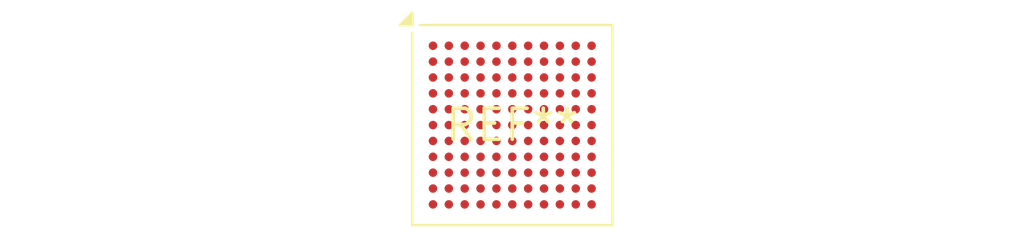
<source format=kicad_pcb>
(kicad_pcb (version 20240108) (generator pcbnew)
  (layers (0 "F.Cu" signal) (31 "B.Cu" signal) (34 "B.Paste" user) (35 "F.Paste" user) (36 "B.SilkS" user "B.Silkscreen") (37 "F.SilkS" user "F.Silkscreen") (38 "B.Mask" user) (39 "F.Mask" user) (44 "Edge.Cuts" user))
  (net 0 "")
  (footprint "XFBGA-121_8x8mm_Layout11x11_P0.65mm" (layer "F.Cu") (at 0 0)
    (property "Reference" "REF**")
    (property "Value" "XFBGA-121_8x8mm_Layout11x11_P0.65mm")
    (fp_line (start -4.1 4.1) (end -4.1 -3.78) (layer "F.SilkS") (stroke (width 0.1)))
    (fp_line (start -4.1 4.1) (end 4.1 4.1) (layer "F.SilkS") (stroke (width 0.1)))
    (fp_line (start -3.78 -4.1) (end 4.1 -4.1) (layer "F.SilkS") (stroke (width 0.1)))
    (fp_line (start 4.1 4.1) (end 4.1 -4.1) (layer "F.SilkS") (stroke (width 0.1)))
    (fp_poly (pts (xy -4.1 -4.1) (xy -4.6 -4.1) (xy -4.1 -4.6) (xy -4.1 -4.1)) (layer "F.SilkS") (stroke (width 0.12)) (fill solid))
    (pad "A1" smd circle (at -3.25 -3.25) (size 0.35 0.35) (property pad_prop_bga) (layers "F.Cu" "F.Paste" "F.Mask"))
    (pad "A2" smd circle (at -2.6 -3.25) (size 0.35 0.35) (property pad_prop_bga) (layers "F.Cu" "F.Paste" "F.Mask"))
    (pad "A3" smd circle (at -1.95 -3.25) (size 0.35 0.35) (property pad_prop_bga) (layers "F.Cu" "F.Paste" "F.Mask"))
    (pad "A4" smd circle (at -1.3 -3.25) (size 0.35 0.35) (property pad_prop_bga) (layers "F.Cu" "F.Paste" "F.Mask"))
    (pad "A5" smd circle (at -0.65 -3.25) (size 0.35 0.35) (property pad_prop_bga) (layers "F.Cu" "F.Paste" "F.Mask"))
    (pad "A6" smd circle (at 0 -3.25) (size 0.35 0.35) (property pad_prop_bga) (layers "F.Cu" "F.Paste" "F.Mask"))
    (pad "A7" smd circle (at 0.65 -3.25) (size 0.35 0.35) (property pad_prop_bga) (layers "F.Cu" "F.Paste" "F.Mask"))
    (pad "A8" smd circle (at 1.3 -3.25) (size 0.35 0.35) (property pad_prop_bga) (layers "F.Cu" "F.Paste" "F.Mask"))
    (pad "A9" smd circle (at 1.95 -3.25) (size 0.35 0.35) (property pad_prop_bga) (layers "F.Cu" "F.Paste" "F.Mask"))
    (pad "A10" smd circle (at 2.6 -3.25) (size 0.35 0.35) (property pad_prop_bga) (layers "F.Cu" "F.Paste" "F.Mask"))
    (pad "A11" smd circle (at 3.25 -3.25) (size 0.35 0.35) (property pad_prop_bga) (layers "F.Cu" "F.Paste" "F.Mask"))
    (pad "B1" smd circle (at -3.25 -2.6) (size 0.35 0.35) (property pad_prop_bga) (layers "F.Cu" "F.Paste" "F.Mask"))
    (pad "B2" smd circle (at -2.6 -2.6) (size 0.35 0.35) (property pad_prop_bga) (layers "F.Cu" "F.Paste" "F.Mask"))
    (pad "B3" smd circle (at -1.95 -2.6) (size 0.35 0.35) (property pad_prop_bga) (layers "F.Cu" "F.Paste" "F.Mask"))
    (pad "B4" smd circle (at -1.3 -2.6) (size 0.35 0.35) (property pad_prop_bga) (layers "F.Cu" "F.Paste" "F.Mask"))
    (pad "B5" smd circle (at -0.65 -2.6) (size 0.35 0.35) (property pad_prop_bga) (layers "F.Cu" "F.Paste" "F.Mask"))
    (pad "B6" smd circle (at 0 -2.6) (size 0.35 0.35) (property pad_prop_bga) (layers "F.Cu" "F.Paste" "F.Mask"))
    (pad "B7" smd circle (at 0.65 -2.6) (size 0.35 0.35) (property pad_prop_bga) (layers "F.Cu" "F.Paste" "F.Mask"))
    (pad "B8" smd circle (at 1.3 -2.6) (size 0.35 0.35) (property pad_prop_bga) (layers "F.Cu" "F.Paste" "F.Mask"))
    (pad "B9" smd circle (at 1.95 -2.6) (size 0.35 0.35) (property pad_prop_bga) (layers "F.Cu" "F.Paste" "F.Mask"))
    (pad "B10" smd circle (at 2.6 -2.6) (size 0.35 0.35) (property pad_prop_bga) (layers "F.Cu" "F.Paste" "F.Mask"))
    (pad "B11" smd circle (at 3.25 -2.6) (size 0.35 0.35) (property pad_prop_bga) (layers "F.Cu" "F.Paste" "F.Mask"))
    (pad "C1" smd circle (at -3.25 -1.95) (size 0.35 0.35) (property pad_prop_bga) (layers "F.Cu" "F.Paste" "F.Mask"))
    (pad "C2" smd circle (at -2.6 -1.95) (size 0.35 0.35) (property pad_prop_bga) (layers "F.Cu" "F.Paste" "F.Mask"))
    (pad "C3" smd circle (at -1.95 -1.95) (size 0.35 0.35) (property pad_prop_bga) (layers "F.Cu" "F.Paste" "F.Mask"))
    (pad "C4" smd circle (at -1.3 -1.95) (size 0.35 0.35) (property pad_prop_bga) (layers "F.Cu" "F.Paste" "F.Mask"))
    (pad "C5" smd circle (at -0.65 -1.95) (size 0.35 0.35) (property pad_prop_bga) (layers "F.Cu" "F.Paste" "F.Mask"))
    (pad "C6" smd circle (at 0 -1.95) (size 0.35 0.35) (property pad_prop_bga) (layers "F.Cu" "F.Paste" "F.Mask"))
    (pad "C7" smd circle (at 0.65 -1.95) (size 0.35 0.35) (property pad_prop_bga) (layers "F.Cu" "F.Paste" "F.Mask"))
    (pad "C8" smd circle (at 1.3 -1.95) (size 0.35 0.35) (property pad_prop_bga) (layers "F.Cu" "F.Paste" "F.Mask"))
    (pad "C9" smd circle (at 1.95 -1.95) (size 0.35 0.35) (property pad_prop_bga) (layers "F.Cu" "F.Paste" "F.Mask"))
    (pad "C10" smd circle (at 2.6 -1.95) (size 0.35 0.35) (property pad_prop_bga) (layers "F.Cu" "F.Paste" "F.Mask"))
    (pad "C11" smd circle (at 3.25 -1.95) (size 0.35 0.35) (property pad_prop_bga) (layers "F.Cu" "F.Paste" "F.Mask"))
    (pad "D1" smd circle (at -3.25 -1.3) (size 0.35 0.35) (property pad_prop_bga) (layers "F.Cu" "F.Paste" "F.Mask"))
    (pad "D2" smd circle (at -2.6 -1.3) (size 0.35 0.35) (property pad_prop_bga) (layers "F.Cu" "F.Paste" "F.Mask"))
    (pad "D3" smd circle (at -1.95 -1.3) (size 0.35 0.35) (property pad_prop_bga) (layers "F.Cu" "F.Paste" "F.Mask"))
    (pad "D4" smd circle (at -1.3 -1.3) (size 0.35 0.35) (property pad_prop_bga) (layers "F.Cu" "F.Paste" "F.Mask"))
    (pad "D5" smd circle (at -0.65 -1.3) (size 0.35 0.35) (property pad_prop_bga) (layers "F.Cu" "F.Paste" "F.Mask"))
    (pad "D6" smd circle (at 0 -1.3) (size 0.35 0.35) (property pad_prop_bga) (layers "F.Cu" "F.Paste" "F.Mask"))
    (pad "D7" smd circle (at 0.65 -1.3) (size 0.35 0.35) (property pad_prop_bga) (layers "F.Cu" "F.Paste" "F.Mask"))
    (pad "D8" smd circle (at 1.3 -1.3) (size 0.35 0.35) (property pad_prop_bga) (layers "F.Cu" "F.Paste" "F.Mask"))
    (pad "D9" smd circle (at 1.95 -1.3) (size 0.35 0.35) (property pad_prop_bga) (layers "F.Cu" "F.Paste" "F.Mask"))
    (pad "D10" smd circle (at 2.6 -1.3) (size 0.35 0.35) (property pad_prop_bga) (layers "F.Cu" "F.Paste" "F.Mask"))
    (pad "D11" smd circle (at 3.25 -1.3) (size 0.35 0.35) (property pad_prop_bga) (layers "F.Cu" "F.Paste" "F.Mask"))
    (pad "E1" smd circle (at -3.25 -0.65) (size 0.35 0.35) (property pad_prop_bga) (layers "F.Cu" "F.Paste" "F.Mask"))
    (pad "E2" smd circle (at -2.6 -0.65) (size 0.35 0.35) (property pad_prop_bga) (layers "F.Cu" "F.Paste" "F.Mask"))
    (pad "E3" smd circle (at -1.95 -0.65) (size 0.35 0.35) (property pad_prop_bga) (layers "F.Cu" "F.Paste" "F.Mask"))
    (pad "E4" smd circle (at -1.3 -0.65) (size 0.35 0.35) (property pad_prop_bga) (layers "F.Cu" "F.Paste" "F.Mask"))
    (pad "E5" smd circle (at -0.65 -0.65) (size 0.35 0.35) (property pad_prop_bga) (layers "F.Cu" "F.Paste" "F.Mask"))
    (pad "E6" smd circle (at 0 -0.65) (size 0.35 0.35) (property pad_prop_bga) (layers "F.Cu" "F.Paste" "F.Mask"))
    (pad "E7" smd circle (at 0.65 -0.65) (size 0.35 0.35) (property pad_prop_bga) (layers "F.Cu" "F.Paste" "F.Mask"))
    (pad "E8" smd circle (at 1.3 -0.65) (size 0.35 0.35) (property pad_prop_bga) (layers "F.Cu" "F.Paste" "F.Mask"))
    (pad "E9" smd circle (at 1.95 -0.65) (size 0.35 0.35) (property pad_prop_bga) (layers "F.Cu" "F.Paste" "F.Mask"))
    (pad "E10" smd circle (at 2.6 -0.65) (size 0.35 0.35) (property pad_prop_bga) (layers "F.Cu" "F.Paste" "F.Mask"))
    (pad "E11" smd circle (at 3.25 -0.65) (size 0.35 0.35) (property pad_prop_bga) (layers "F.Cu" "F.Paste" "F.Mask"))
    (pad "F1" smd circle (at -3.25 0) (size 0.35 0.35) (property pad_prop_bga) (layers "F.Cu" "F.Paste" "F.Mask"))
    (pad "F2" smd circle (at -2.6 0) (size 0.35 0.35) (property pad_prop_bga) (layers "F.Cu" "F.Paste" "F.Mask"))
    (pad "F3" smd circle (at -1.95 0) (size 0.35 0.35) (property pad_prop_bga) (layers "F.Cu" "F.Paste" "F.Mask"))
    (pad "F4" smd circle (at -1.3 0) (size 0.35 0.35) (property pad_prop_bga) (layers "F.Cu" "F.Paste" "F.Mask"))
    (pad "F5" smd circle (at -0.65 0) (size 0.35 0.35) (property pad_prop_bga) (layers "F.Cu" "F.Paste" "F.Mask"))
    (pad "F6" smd circle (at 0 0) (size 0.35 0.35) (property pad_prop_bga) (layers "F.Cu" "F.Paste" "F.Mask"))
    (pad "F7" smd circle (at 0.65 0) (size 0.35 0.35) (property pad_prop_bga) (layers "F.Cu" "F.Paste" "F.Mask"))
    (pad "F8" smd circle (at 1.3 0) (size 0.35 0.35) (property pad_prop_bga) (layers "F.Cu" "F.Paste" "F.Mask"))
    (pad "F9" smd circle (at 1.95 0) (size 0.35 0.35) (property pad_prop_bga) (layers "F.Cu" "F.Paste" "F.Mask"))
    (pad "F10" smd circle (at 2.6 0) (size 0.35 0.35) (property pad_prop_bga) (layers "F.Cu" "F.Paste" "F.Mask"))
    (pad "F11" smd circle (at 3.25 0) (size 0.35 0.35) (property pad_prop_bga) (layers "F.Cu" "F.Paste" "F.Mask"))
    (pad "G1" smd circle (at -3.25 0.65) (size 0.35 0.35) (property pad_prop_bga) (layers "F.Cu" "F.Paste" "F.Mask"))
    (pad "G2" smd circle (at -2.6 0.65) (size 0.35 0.35) (property pad_prop_bga) (layers "F.Cu" "F.Paste" "F.Mask"))
    (pad "G3" smd circle (at -1.95 0.65) (size 0.35 0.35) (property pad_prop_bga) (layers "F.Cu" "F.Paste" "F.Mask"))
    (pad "G4" smd circle (at -1.3 0.65) (size 0.35 0.35) (property pad_prop_bga) (layers "F.Cu" "F.Paste" "F.Mask"))
    (pad "G5" smd circle (at -0.65 0.65) (size 0.35 0.35) (property pad_prop_bga) (layers "F.Cu" "F.Paste" "F.Mask"))
    (pad "G6" smd circle (at 0 0.65) (size 0.35 0.35) (property pad_prop_bga) (layers "F.Cu" "F.Paste" "F.Mask"))
    (pad "G7" smd circle (at 0.65 0.65) (size 0.35 0.35) (property pad_prop_bga) (layers "F.Cu" "F.Paste" "F.Mask"))
    (pad "G8" smd circle (at 1.3 0.65) (size 0.35 0.35) (property pad_prop_bga) (layers "F.Cu" "F.Paste" "F.Mask"))
    (pad "G9" smd circle (at 1.95 0.65) (size 0.35 0.35) (property pad_prop_bga) (layers "F.Cu" "F.Paste" "F.Mask"))
    (pad "G10" smd circle (at 2.6 0.65) (size 0.35 0.35) (property pad_prop_bga) (layers "F.Cu" "F.Paste" "F.Mask"))
    (pad "G11" smd circle (at 3.25 0.65) (size 0.35 0.35) (property pad_prop_bga) (layers "F.Cu" "F.Paste" "F.Mask"))
    (pad "H1" smd circle (at -3.25 1.3) (size 0.35 0.35) (property pad_prop_bga) (layers "F.Cu" "F.Paste" "F.Mask"))
    (pad "H2" smd circle (at -2.6 1.3) (size 0.35 0.35) (property pad_prop_bga) (layers "F.Cu" "F.Paste" "F.Mask"))
    (pad "H3" smd circle (at -1.95 1.3) (size 0.35 0.35) (property pad_prop_bga) (layers "F.Cu" "F.Paste" "F.Mask"))
    (pad "H4" smd circle (at -1.3 1.3) (size 0.35 0.35) (property pad_prop_bga) (layers "F.Cu" "F.Paste" "F.Mask"))
    (pad "H5" smd circle (at -0.65 1.3) (size 0.35 0.35) (property pad_prop_bga) (layers "F.Cu" "F.Paste" "F.Mask"))
    (pad "H6" smd circle (at 0 1.3) (size 0.35 0.35) (property pad_prop_bga) (layers "F.Cu" "F.Paste" "F.Mask"))
    (pad "H7" smd circle (at 0.65 1.3) (size 0.35 0.35) (property pad_prop_bga) (layers "F.Cu" "F.Paste" "F.Mask"))
    (pad "H8" smd circle (at 1.3 1.3) (size 0.35 0.35) (property pad_prop_bga) (layers "F.Cu" "F.Paste" "F.Mask"))
    (pad "H9" smd circle (at 1.95 1.3) (size 0.35 0.35) (property pad_prop_bga) (layers "F.Cu" "F.Paste" "F.Mask"))
    (pad "H10" smd circle (at 2.6 1.3) (size 0.35 0.35) (property pad_prop_bga) (layers "F.Cu" "F.Paste" "F.Mask"))
    (pad "H11" smd circle (at 3.25 1.3) (size 0.35 0.35) (property pad_prop_bga) (layers "F.Cu" "F.Paste" "F.Mask"))
    (pad "J1" smd circle (at -3.25 1.95) (size 0.35 0.35) (property pad_prop_bga) (layers "F.Cu" "F.Paste" "F.Mask"))
    (pad "J2" smd circle (at -2.6 1.95) (size 0.35 0.35) (property pad_prop_bga) (layers "F.Cu" "F.Paste" "F.Mask"))
    (pad "J3" smd circle (at -1.95 1.95) (size 0.35 0.35) (property pad_prop_bga) (layers "F.Cu" "F.Paste" "F.Mask"))
    (pad "J4" smd circle (at -1.3 1.95) (size 0.35 0.35) (property pad_prop_bga) (layers "F.Cu" "F.Paste" "F.Mask"))
    (pad "J5" smd circle (at -0.65 1.95) (size 0.35 0.35) (property pad_prop_bga) (layers "F.Cu" "F.Paste" "F.Mask"))
    (pad "J6" smd circle (at 0 1.95) (size 0.35 0.35) (property pad_prop_bga) (layers "F.Cu" "F.Paste" "F.Mask"))
    (pad "J7" smd circle (at 0.65 1.95) (size 0.35 0.35) (property pad_prop_bga) (layers "F.Cu" "F.Paste" "F.Mask"))
    (pad "J8" smd circle (at 1.3 1.95) (size 0.35 0.35) (property pad_prop_bga) (layers "F.Cu" "F.Paste" "F.Mask"))
    (pad "J9" smd circle (at 1.95 1.95) (size 0.35 0.35) (property pad_prop_bga) (layers "F.Cu" "F.Paste" "F.Mask"))
    (pad "J10" smd circle (at 2.6 1.95) (size 0.35 0.35) (property pad_prop_bga) (layers "F.Cu" "F.Paste" "F.Mask"))
    (pad "J11" smd circle (at 3.25 1.95) (size 0.35 0.35) (property pad_prop_bga) (layers "F.Cu" "F.Paste" "F.Mask"))
    (pad "K1" smd circle (at -3.25 2.6) (size 0.35 0.35) (property pad_prop_bga) (layers "F.Cu" "F.Paste" "F.Mask"))
    (pad "K2" smd circle (at -2.6 2.6) (size 0.35 0.35) (property pad_prop_bga) (layers "F.Cu" "F.Paste" "F.Mask"))
    (pad "K3" smd circle (at -1.95 2.6) (size 0.35 0.35) (property pad_prop_bga) (layers "F.Cu" "F.Paste" "F.Mask"))
    (pad "K4" smd circle (at -1.3 2.6) (size 0.35 0.35) (property pad_prop_bga) (layers "F.Cu" "F.Paste" "F.Mask"))
    (pad "K5" smd circle (at -0.65 2.6) (size 0.35 0.35) (property pad_prop_bga) (layers "F.Cu" "F.Paste" "F.Mask"))
    (pad "K6" smd circle (at 0 2.6) (size 0.35 0.35) (property pad_prop_bga) (layers "F.Cu" "F.Paste" "F.Mask"))
    (pad "K7" smd circle (at 0.65 2.6) (size 0.35 0.35) (property pad_prop_bga) (layers "F.Cu" "F.Paste" "F.Mask"))
    (pad "K8" smd circle (at 1.3 2.6) (size 0.35 0.35) (property pad_prop_bga) (layers "F.Cu" "F.Paste" "F.Mask"))
    (pad "K9" smd circle (at 1.95 2.6) (size 0.35 0.35) (property pad_prop_bga) (layers "F.Cu" "F.Paste" "F.Mask"))
    (pad "K10" smd circle (at 2.6 2.6) (size 0.35 0.35) (property pad_prop_bga) (layers "F.Cu" "F.Paste" "F.Mask"))
    (pad "K11" smd circle (at 3.25 2.6) (size 0.35 0.35) (property pad_prop_bga) (layers "F.Cu" "F.Paste" "F.Mask"))
    (pad "L1" smd circle (at -3.25 3.25) (size 0.35 0.35) (property pad_prop_bga) (layers "F.Cu" "F.Paste" "F.Mask"))
    (pad "L2" smd circle (at -2.6 3.25) (size 0.35 0.35) (property pad_prop_bga) (layers "F.Cu" "F.Paste" "F.Mask"))
    (pad "L3" smd circle (at -1.95 3.25) (size 0.35 0.35) (property pad_prop_bga) (layers "F.Cu" "F.Paste" "F.Mask"))
    (pad "L4" smd circle (at -1.3 3.25) (size 0.35 0.35) (property pad_prop_bga) (layers "F.Cu" "F.Paste" "F.Mask"))
    (pad "L5" smd circle (at -0.65 3.25) (size 0.35 0.35) (property pad_prop_bga) (layers "F.Cu" "F.Paste" "F.Mask"))
    (pad "L6" smd circle (at 0 3.25) (size 0.35 0.35) (property pad_prop_bga) (layers "F.Cu" "F.Paste" "F.Mask"))
    (pad "L7" smd circle (at 0.65 3.25) (size 0.35 0.35) (property pad_prop_bga) (layers "F.Cu" "F.Paste" "F.Mask"))
    (pad "L8" smd circle (at 1.3 3.25) (size 0.35 0.35) (property pad_prop_bga) (layers "F.Cu" "F.Paste" "F.Mask"))
    (pad "L9" smd circle (at 1.95 3.25) (size 0.35 0.35) (property pad_prop_bga) (layers "F.Cu" "F.Paste" "F.Mask"))
    (pad "L10" smd circle (at 2.6 3.25) (size 0.35 0.35) (property pad_prop_bga) (layers "F.Cu" "F.Paste" "F.Mask"))
    (pad "L11" smd circle (at 3.25 3.25) (size 0.35 0.35) (property pad_prop_bga) (layers "F.Cu" "F.Paste" "F.Mask"))
  )
)
</source>
